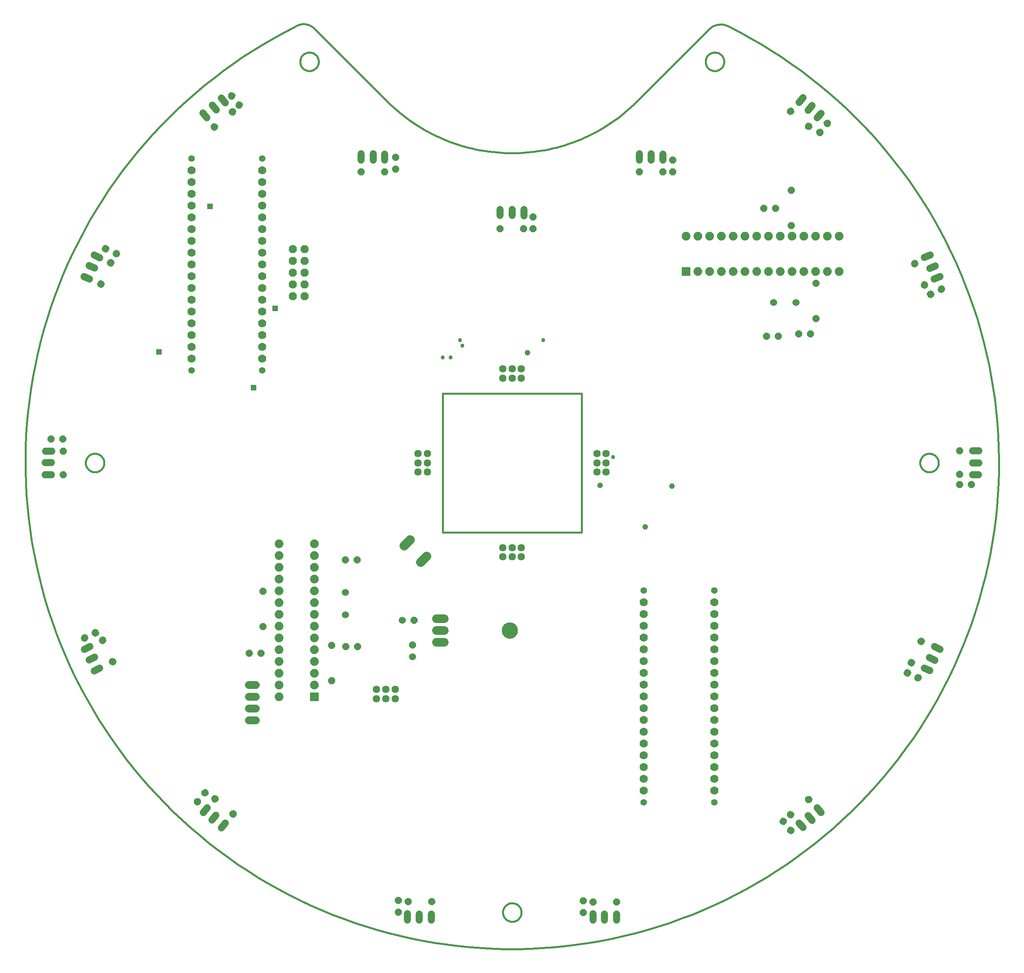
<source format=gts>
G75*
%MOIN*%
%OFA0B0*%
%FSLAX24Y24*%
%IPPOS*%
%LPD*%
%AMOC8*
5,1,8,0,0,1.08239X$1,22.5*
%
%ADD10C,0.0160*%
%ADD11C,0.0600*%
%ADD12R,0.0740X0.0740*%
%ADD13C,0.0740*%
%ADD14OC8,0.0600*%
%ADD15C,0.0740*%
%ADD16C,0.0000*%
%ADD17C,0.1380*%
%ADD18C,0.0120*%
%ADD19C,0.0600*%
%ADD20C,0.0634*%
%ADD21C,0.0785*%
%ADD22C,0.0680*%
%ADD23C,0.0700*%
%ADD24C,0.0552*%
%ADD25OC8,0.0680*%
%ADD26R,0.0476X0.0476*%
%ADD27C,0.0476*%
%ADD28C,0.0340*%
D10*
X037702Y037702D02*
X049513Y037702D01*
X049513Y049513D01*
X037702Y049513D01*
X037702Y037702D01*
X025103Y080615D02*
X024205Y080152D01*
X023318Y079667D01*
X022443Y079160D01*
X021581Y078632D01*
X020733Y078083D01*
X019898Y077513D01*
X019077Y076923D01*
X018271Y076314D01*
X017480Y075684D01*
X016704Y075036D01*
X015945Y074369D01*
X015202Y073683D01*
X014476Y072980D01*
X013768Y072259D01*
X013077Y071521D01*
X012405Y070766D01*
X011751Y069995D01*
X011116Y069208D01*
X010501Y068406D01*
X009906Y067589D01*
X009331Y066758D01*
X008776Y065913D01*
X008242Y065055D01*
X007729Y064184D01*
X007238Y063301D01*
X006768Y062406D01*
X006321Y061499D01*
X005895Y060582D01*
X005493Y059655D01*
X005113Y058719D01*
X004756Y057773D01*
X004422Y056819D01*
X004112Y055857D01*
X003825Y054888D01*
X003562Y053912D01*
X003323Y052929D01*
X003108Y051942D01*
X002918Y050949D01*
X002751Y049952D01*
X002609Y048951D01*
X002492Y047947D01*
X002399Y046941D01*
X002331Y045932D01*
X002288Y044922D01*
X002269Y043912D01*
X002275Y042901D01*
X002305Y041891D01*
X002361Y040881D01*
X002441Y039874D01*
X002545Y038868D01*
X002675Y037866D01*
X002828Y036867D01*
X003006Y035872D01*
X003208Y034881D01*
X003435Y033896D01*
X003685Y032917D01*
X003960Y031944D01*
X004258Y030978D01*
X004579Y030020D01*
X004924Y029070D01*
X005292Y028129D01*
X005683Y027196D01*
X006097Y026274D01*
X006533Y025362D01*
X006991Y024461D01*
X007471Y023572D01*
X007973Y022694D01*
X008496Y021829D01*
X009040Y020977D01*
X009604Y020139D01*
X010189Y019315D01*
X010794Y018505D01*
X011419Y017710D01*
X012063Y016931D01*
X012725Y016168D01*
X013406Y015421D01*
X014106Y014691D01*
X014822Y013978D01*
X015556Y013283D01*
X016307Y012606D01*
X017074Y011948D01*
X017857Y011309D01*
X018656Y010689D01*
X019469Y010089D01*
X020297Y009509D01*
X021139Y008949D01*
X021994Y008410D01*
X022862Y007892D01*
X023742Y007396D01*
X024634Y006921D01*
X025538Y006468D01*
X026453Y006037D01*
X027377Y005629D01*
X028312Y005244D01*
X029255Y004881D01*
X030207Y004542D01*
X031168Y004226D01*
X032135Y003934D01*
X033110Y003665D01*
X034090Y003420D01*
X035077Y003200D01*
X036068Y003003D01*
X037064Y002831D01*
X038064Y002683D01*
X039067Y002560D01*
X040073Y002461D01*
X041082Y002387D01*
X042091Y002338D01*
X043102Y002313D01*
X044112Y002313D01*
X045123Y002338D01*
X046132Y002387D01*
X047141Y002461D01*
X048147Y002560D01*
X049150Y002683D01*
X050150Y002831D01*
X051146Y003003D01*
X052137Y003200D01*
X053124Y003420D01*
X054104Y003665D01*
X055079Y003934D01*
X056046Y004226D01*
X057007Y004542D01*
X057959Y004881D01*
X058902Y005244D01*
X059837Y005629D01*
X060761Y006037D01*
X061676Y006468D01*
X062580Y006921D01*
X063472Y007396D01*
X064352Y007892D01*
X065220Y008410D01*
X066075Y008949D01*
X066917Y009509D01*
X067745Y010089D01*
X068558Y010689D01*
X069357Y011309D01*
X070140Y011948D01*
X070907Y012606D01*
X071658Y013283D01*
X072392Y013978D01*
X073108Y014691D01*
X073808Y015421D01*
X074489Y016168D01*
X075151Y016931D01*
X075795Y017710D01*
X076420Y018505D01*
X077025Y019315D01*
X077610Y020139D01*
X078174Y020977D01*
X078718Y021829D01*
X079241Y022694D01*
X079743Y023572D01*
X080223Y024461D01*
X080681Y025362D01*
X081117Y026274D01*
X081531Y027196D01*
X081922Y028129D01*
X082290Y029070D01*
X082635Y030020D01*
X082956Y030978D01*
X083254Y031944D01*
X083529Y032917D01*
X083779Y033896D01*
X084006Y034881D01*
X084208Y035872D01*
X084386Y036867D01*
X084539Y037866D01*
X084669Y038868D01*
X084773Y039874D01*
X084853Y040881D01*
X084909Y041891D01*
X084939Y042901D01*
X084945Y043912D01*
X084926Y044922D01*
X084883Y045932D01*
X084815Y046941D01*
X084722Y047947D01*
X084605Y048951D01*
X084463Y049952D01*
X084296Y050949D01*
X084106Y051942D01*
X083891Y052929D01*
X083652Y053912D01*
X083389Y054888D01*
X083102Y055857D01*
X082792Y056819D01*
X082458Y057773D01*
X082101Y058719D01*
X081721Y059655D01*
X081319Y060582D01*
X080893Y061499D01*
X080446Y062406D01*
X079976Y063301D01*
X079485Y064184D01*
X078972Y065055D01*
X078438Y065913D01*
X077883Y066758D01*
X077308Y067589D01*
X076713Y068406D01*
X076098Y069208D01*
X075463Y069995D01*
X074809Y070766D01*
X074137Y071521D01*
X073446Y072259D01*
X072738Y072980D01*
X072012Y073683D01*
X071269Y074369D01*
X070510Y075036D01*
X069734Y075684D01*
X068943Y076314D01*
X068137Y076923D01*
X067316Y077513D01*
X066481Y078083D01*
X065633Y078632D01*
X064771Y079160D01*
X063896Y079667D01*
X063009Y080152D01*
X062111Y080615D01*
X062049Y080655D01*
X061986Y080692D01*
X061921Y080725D01*
X061855Y080754D01*
X061786Y080780D01*
X061717Y080803D01*
X061646Y080822D01*
X061575Y080837D01*
X061503Y080848D01*
X061430Y080855D01*
X061357Y080859D01*
X061284Y080858D01*
X061212Y080854D01*
X061139Y080846D01*
X061067Y080834D01*
X060996Y080819D01*
X060925Y080799D01*
X060856Y080776D01*
X060788Y080750D01*
X060722Y080719D01*
X060657Y080686D01*
X060594Y080649D01*
X060533Y080608D01*
X060475Y080565D01*
X060419Y080518D01*
X054225Y074328D01*
X060037Y077694D02*
X060039Y077750D01*
X060045Y077805D01*
X060055Y077859D01*
X060068Y077913D01*
X060086Y077966D01*
X060107Y078017D01*
X060131Y078067D01*
X060159Y078115D01*
X060191Y078161D01*
X060225Y078205D01*
X060263Y078246D01*
X060303Y078284D01*
X060346Y078319D01*
X060391Y078351D01*
X060439Y078380D01*
X060488Y078406D01*
X060539Y078428D01*
X060591Y078446D01*
X060645Y078460D01*
X060700Y078471D01*
X060755Y078478D01*
X060810Y078481D01*
X060866Y078480D01*
X060921Y078475D01*
X060976Y078466D01*
X061030Y078454D01*
X061083Y078437D01*
X061135Y078417D01*
X061185Y078393D01*
X061233Y078366D01*
X061280Y078336D01*
X061324Y078302D01*
X061366Y078265D01*
X061404Y078225D01*
X061441Y078183D01*
X061474Y078138D01*
X061503Y078092D01*
X061530Y078043D01*
X061552Y077992D01*
X061572Y077940D01*
X061587Y077886D01*
X061599Y077832D01*
X061607Y077777D01*
X061611Y077722D01*
X061611Y077666D01*
X061607Y077611D01*
X061599Y077556D01*
X061587Y077502D01*
X061572Y077448D01*
X061552Y077396D01*
X061530Y077345D01*
X061503Y077296D01*
X061474Y077250D01*
X061441Y077205D01*
X061404Y077163D01*
X061366Y077123D01*
X061324Y077086D01*
X061280Y077052D01*
X061233Y077022D01*
X061185Y076995D01*
X061135Y076971D01*
X061083Y076951D01*
X061030Y076934D01*
X060976Y076922D01*
X060921Y076913D01*
X060866Y076908D01*
X060810Y076907D01*
X060755Y076910D01*
X060700Y076917D01*
X060645Y076928D01*
X060591Y076942D01*
X060539Y076960D01*
X060488Y076982D01*
X060439Y077008D01*
X060391Y077037D01*
X060346Y077069D01*
X060303Y077104D01*
X060263Y077142D01*
X060225Y077183D01*
X060191Y077227D01*
X060159Y077273D01*
X060131Y077321D01*
X060107Y077371D01*
X060086Y077422D01*
X060068Y077475D01*
X060055Y077529D01*
X060045Y077583D01*
X060039Y077638D01*
X060037Y077694D01*
X054225Y074328D02*
X053965Y074075D01*
X053700Y073827D01*
X053428Y073587D01*
X053151Y073353D01*
X052868Y073126D01*
X052579Y072905D01*
X052286Y072692D01*
X051987Y072486D01*
X051684Y072287D01*
X051375Y072096D01*
X051063Y071912D01*
X050745Y071735D01*
X050424Y071567D01*
X050099Y071406D01*
X049770Y071253D01*
X049437Y071108D01*
X049101Y070971D01*
X048762Y070842D01*
X048419Y070722D01*
X048074Y070610D01*
X047727Y070506D01*
X047376Y070411D01*
X047024Y070324D01*
X046670Y070246D01*
X046314Y070176D01*
X045956Y070115D01*
X045597Y070062D01*
X045237Y070019D01*
X044876Y069984D01*
X044514Y069957D01*
X044151Y069940D01*
X043788Y069931D01*
X043426Y069931D01*
X043063Y069940D01*
X042700Y069957D01*
X042338Y069984D01*
X041977Y070019D01*
X041617Y070062D01*
X041258Y070115D01*
X040900Y070176D01*
X040544Y070246D01*
X040190Y070324D01*
X039838Y070411D01*
X039487Y070506D01*
X039140Y070610D01*
X038795Y070722D01*
X038452Y070842D01*
X038113Y070971D01*
X037777Y071108D01*
X037444Y071253D01*
X037115Y071406D01*
X036790Y071567D01*
X036469Y071735D01*
X036151Y071912D01*
X035839Y072096D01*
X035530Y072287D01*
X035227Y072486D01*
X034928Y072692D01*
X034635Y072905D01*
X034346Y073126D01*
X034063Y073353D01*
X033786Y073587D01*
X033514Y073827D01*
X033249Y074075D01*
X032989Y074328D01*
X026836Y080476D01*
X026787Y080527D01*
X026736Y080576D01*
X026681Y080621D01*
X026624Y080663D01*
X026565Y080702D01*
X026504Y080738D01*
X026440Y080770D01*
X026376Y080799D01*
X026309Y080824D01*
X026241Y080845D01*
X026173Y080862D01*
X026103Y080876D01*
X026033Y080886D01*
X025962Y080891D01*
X025891Y080893D01*
X025820Y080891D01*
X025750Y080885D01*
X025679Y080874D01*
X025610Y080860D01*
X025541Y080842D01*
X025474Y080821D01*
X025408Y080795D01*
X025343Y080766D01*
X025280Y080733D01*
X025219Y080697D01*
X025160Y080658D01*
X025103Y080615D01*
X025604Y077694D02*
X025606Y077750D01*
X025612Y077805D01*
X025622Y077859D01*
X025635Y077913D01*
X025653Y077966D01*
X025674Y078017D01*
X025698Y078067D01*
X025726Y078115D01*
X025758Y078161D01*
X025792Y078205D01*
X025830Y078246D01*
X025870Y078284D01*
X025913Y078319D01*
X025958Y078351D01*
X026006Y078380D01*
X026055Y078406D01*
X026106Y078428D01*
X026158Y078446D01*
X026212Y078460D01*
X026267Y078471D01*
X026322Y078478D01*
X026377Y078481D01*
X026433Y078480D01*
X026488Y078475D01*
X026543Y078466D01*
X026597Y078454D01*
X026650Y078437D01*
X026702Y078417D01*
X026752Y078393D01*
X026800Y078366D01*
X026847Y078336D01*
X026891Y078302D01*
X026933Y078265D01*
X026971Y078225D01*
X027008Y078183D01*
X027041Y078138D01*
X027070Y078092D01*
X027097Y078043D01*
X027119Y077992D01*
X027139Y077940D01*
X027154Y077886D01*
X027166Y077832D01*
X027174Y077777D01*
X027178Y077722D01*
X027178Y077666D01*
X027174Y077611D01*
X027166Y077556D01*
X027154Y077502D01*
X027139Y077448D01*
X027119Y077396D01*
X027097Y077345D01*
X027070Y077296D01*
X027041Y077250D01*
X027008Y077205D01*
X026971Y077163D01*
X026933Y077123D01*
X026891Y077086D01*
X026847Y077052D01*
X026800Y077022D01*
X026752Y076995D01*
X026702Y076971D01*
X026650Y076951D01*
X026597Y076934D01*
X026543Y076922D01*
X026488Y076913D01*
X026433Y076908D01*
X026377Y076907D01*
X026322Y076910D01*
X026267Y076917D01*
X026212Y076928D01*
X026158Y076942D01*
X026106Y076960D01*
X026055Y076982D01*
X026006Y077008D01*
X025958Y077037D01*
X025913Y077069D01*
X025870Y077104D01*
X025830Y077142D01*
X025792Y077183D01*
X025758Y077227D01*
X025726Y077273D01*
X025698Y077321D01*
X025674Y077371D01*
X025653Y077422D01*
X025635Y077475D01*
X025622Y077529D01*
X025612Y077583D01*
X025606Y077638D01*
X025604Y077694D01*
X007387Y043607D02*
X007389Y043663D01*
X007395Y043718D01*
X007405Y043772D01*
X007418Y043826D01*
X007436Y043879D01*
X007457Y043930D01*
X007481Y043980D01*
X007509Y044028D01*
X007541Y044074D01*
X007575Y044118D01*
X007613Y044159D01*
X007653Y044197D01*
X007696Y044232D01*
X007741Y044264D01*
X007789Y044293D01*
X007838Y044319D01*
X007889Y044341D01*
X007941Y044359D01*
X007995Y044373D01*
X008050Y044384D01*
X008105Y044391D01*
X008160Y044394D01*
X008216Y044393D01*
X008271Y044388D01*
X008326Y044379D01*
X008380Y044367D01*
X008433Y044350D01*
X008485Y044330D01*
X008535Y044306D01*
X008583Y044279D01*
X008630Y044249D01*
X008674Y044215D01*
X008716Y044178D01*
X008754Y044138D01*
X008791Y044096D01*
X008824Y044051D01*
X008853Y044005D01*
X008880Y043956D01*
X008902Y043905D01*
X008922Y043853D01*
X008937Y043799D01*
X008949Y043745D01*
X008957Y043690D01*
X008961Y043635D01*
X008961Y043579D01*
X008957Y043524D01*
X008949Y043469D01*
X008937Y043415D01*
X008922Y043361D01*
X008902Y043309D01*
X008880Y043258D01*
X008853Y043209D01*
X008824Y043163D01*
X008791Y043118D01*
X008754Y043076D01*
X008716Y043036D01*
X008674Y042999D01*
X008630Y042965D01*
X008583Y042935D01*
X008535Y042908D01*
X008485Y042884D01*
X008433Y042864D01*
X008380Y042847D01*
X008326Y042835D01*
X008271Y042826D01*
X008216Y042821D01*
X008160Y042820D01*
X008105Y042823D01*
X008050Y042830D01*
X007995Y042841D01*
X007941Y042855D01*
X007889Y042873D01*
X007838Y042895D01*
X007789Y042921D01*
X007741Y042950D01*
X007696Y042982D01*
X007653Y043017D01*
X007613Y043055D01*
X007575Y043096D01*
X007541Y043140D01*
X007509Y043186D01*
X007481Y043234D01*
X007457Y043284D01*
X007436Y043335D01*
X007418Y043388D01*
X007405Y043442D01*
X007395Y043496D01*
X007389Y043551D01*
X007387Y043607D01*
X042820Y005418D02*
X042822Y005474D01*
X042828Y005529D01*
X042838Y005583D01*
X042851Y005637D01*
X042869Y005690D01*
X042890Y005741D01*
X042914Y005791D01*
X042942Y005839D01*
X042974Y005885D01*
X043008Y005929D01*
X043046Y005970D01*
X043086Y006008D01*
X043129Y006043D01*
X043174Y006075D01*
X043222Y006104D01*
X043271Y006130D01*
X043322Y006152D01*
X043374Y006170D01*
X043428Y006184D01*
X043483Y006195D01*
X043538Y006202D01*
X043593Y006205D01*
X043649Y006204D01*
X043704Y006199D01*
X043759Y006190D01*
X043813Y006178D01*
X043866Y006161D01*
X043918Y006141D01*
X043968Y006117D01*
X044016Y006090D01*
X044063Y006060D01*
X044107Y006026D01*
X044149Y005989D01*
X044187Y005949D01*
X044224Y005907D01*
X044257Y005862D01*
X044286Y005816D01*
X044313Y005767D01*
X044335Y005716D01*
X044355Y005664D01*
X044370Y005610D01*
X044382Y005556D01*
X044390Y005501D01*
X044394Y005446D01*
X044394Y005390D01*
X044390Y005335D01*
X044382Y005280D01*
X044370Y005226D01*
X044355Y005172D01*
X044335Y005120D01*
X044313Y005069D01*
X044286Y005020D01*
X044257Y004974D01*
X044224Y004929D01*
X044187Y004887D01*
X044149Y004847D01*
X044107Y004810D01*
X044063Y004776D01*
X044016Y004746D01*
X043968Y004719D01*
X043918Y004695D01*
X043866Y004675D01*
X043813Y004658D01*
X043759Y004646D01*
X043704Y004637D01*
X043649Y004632D01*
X043593Y004631D01*
X043538Y004634D01*
X043483Y004641D01*
X043428Y004652D01*
X043374Y004666D01*
X043322Y004684D01*
X043271Y004706D01*
X043222Y004732D01*
X043174Y004761D01*
X043129Y004793D01*
X043086Y004828D01*
X043046Y004866D01*
X043008Y004907D01*
X042974Y004951D01*
X042942Y004997D01*
X042914Y005045D01*
X042890Y005095D01*
X042869Y005146D01*
X042851Y005199D01*
X042838Y005253D01*
X042828Y005307D01*
X042822Y005362D01*
X042820Y005418D01*
X078253Y043607D02*
X078255Y043663D01*
X078261Y043718D01*
X078271Y043772D01*
X078284Y043826D01*
X078302Y043879D01*
X078323Y043930D01*
X078347Y043980D01*
X078375Y044028D01*
X078407Y044074D01*
X078441Y044118D01*
X078479Y044159D01*
X078519Y044197D01*
X078562Y044232D01*
X078607Y044264D01*
X078655Y044293D01*
X078704Y044319D01*
X078755Y044341D01*
X078807Y044359D01*
X078861Y044373D01*
X078916Y044384D01*
X078971Y044391D01*
X079026Y044394D01*
X079082Y044393D01*
X079137Y044388D01*
X079192Y044379D01*
X079246Y044367D01*
X079299Y044350D01*
X079351Y044330D01*
X079401Y044306D01*
X079449Y044279D01*
X079496Y044249D01*
X079540Y044215D01*
X079582Y044178D01*
X079620Y044138D01*
X079657Y044096D01*
X079690Y044051D01*
X079719Y044005D01*
X079746Y043956D01*
X079768Y043905D01*
X079788Y043853D01*
X079803Y043799D01*
X079815Y043745D01*
X079823Y043690D01*
X079827Y043635D01*
X079827Y043579D01*
X079823Y043524D01*
X079815Y043469D01*
X079803Y043415D01*
X079788Y043361D01*
X079768Y043309D01*
X079746Y043258D01*
X079719Y043209D01*
X079690Y043163D01*
X079657Y043118D01*
X079620Y043076D01*
X079582Y043036D01*
X079540Y042999D01*
X079496Y042965D01*
X079449Y042935D01*
X079401Y042908D01*
X079351Y042884D01*
X079299Y042864D01*
X079246Y042847D01*
X079192Y042835D01*
X079137Y042826D01*
X079082Y042821D01*
X079026Y042820D01*
X078971Y042823D01*
X078916Y042830D01*
X078861Y042841D01*
X078807Y042855D01*
X078755Y042873D01*
X078704Y042895D01*
X078655Y042921D01*
X078607Y042950D01*
X078562Y042982D01*
X078519Y043017D01*
X078479Y043055D01*
X078441Y043096D01*
X078407Y043140D01*
X078375Y043186D01*
X078347Y043234D01*
X078323Y043284D01*
X078302Y043335D01*
X078284Y043388D01*
X078271Y043442D01*
X078261Y043496D01*
X078255Y043551D01*
X078253Y043607D01*
D11*
X067711Y057243D03*
X065811Y057243D03*
X034271Y030225D03*
X035162Y027123D03*
X029451Y030702D03*
X029451Y032602D03*
D12*
X026812Y023738D03*
X058374Y059880D03*
D13*
X059374Y059880D03*
X060374Y059880D03*
X061374Y059880D03*
X062374Y059880D03*
X063374Y059880D03*
X064374Y059880D03*
X065374Y059880D03*
X066374Y059880D03*
X067374Y059880D03*
X068374Y059880D03*
X069374Y059880D03*
X070374Y059880D03*
X071374Y059880D03*
X071374Y062880D03*
X070374Y062880D03*
X069374Y062880D03*
X068374Y062880D03*
X067374Y062880D03*
X066374Y062880D03*
X065374Y062880D03*
X064374Y062880D03*
X063374Y062880D03*
X062374Y062880D03*
X061374Y062880D03*
X060374Y062880D03*
X059374Y062880D03*
X058374Y062880D03*
X026812Y036738D03*
X026812Y035738D03*
X026812Y034738D03*
X026812Y033738D03*
X026812Y032738D03*
X026812Y031738D03*
X026812Y030738D03*
X026812Y029738D03*
X026812Y028738D03*
X026812Y027738D03*
X026812Y026738D03*
X026812Y025738D03*
X026812Y024738D03*
X023812Y024738D03*
X023812Y023738D03*
X023812Y025738D03*
X023812Y026738D03*
X023812Y027738D03*
X023812Y028738D03*
X023812Y029738D03*
X023812Y030738D03*
X023812Y031738D03*
X023812Y032738D03*
X023812Y033738D03*
X023812Y034738D03*
X023812Y035738D03*
X023812Y036738D03*
D14*
X022461Y032711D03*
X022461Y029711D03*
X022301Y027425D03*
X021301Y027425D03*
X028268Y028110D03*
X029485Y028013D03*
X030485Y028013D03*
X028268Y025110D03*
X035162Y028123D03*
X035271Y030225D03*
X030461Y035367D03*
X029461Y035367D03*
X005487Y042589D03*
X005487Y044589D03*
X005450Y045633D03*
X004450Y045633D03*
X030801Y068332D03*
X032801Y068332D03*
X033713Y068558D03*
X033713Y069558D03*
X042583Y063494D03*
X044583Y063494D03*
X045394Y063498D03*
X045394Y064498D03*
X054419Y068318D03*
X056419Y068318D03*
X057251Y068338D03*
X057251Y069338D03*
X064971Y065220D03*
X065971Y065220D03*
X067334Y063764D03*
X067334Y066764D03*
X069431Y058857D03*
X069431Y055857D03*
X068955Y054553D03*
X067955Y054553D03*
X066215Y054348D03*
X065215Y054348D03*
X081622Y044623D03*
X081622Y042623D03*
X081621Y041760D03*
X082621Y041760D03*
X052501Y006286D03*
X050501Y006286D03*
X049666Y006401D03*
X049666Y005401D03*
X036782Y006346D03*
X034782Y006346D03*
X033943Y006446D03*
X033943Y005446D03*
D15*
X037183Y028351D02*
X037843Y028351D01*
X037843Y029351D02*
X037183Y029351D01*
X037183Y030351D02*
X037843Y030351D01*
D16*
X042763Y029351D02*
X042765Y029401D01*
X042771Y029451D01*
X042781Y029501D01*
X042794Y029549D01*
X042811Y029597D01*
X042832Y029643D01*
X042856Y029687D01*
X042884Y029729D01*
X042915Y029769D01*
X042949Y029806D01*
X042986Y029841D01*
X043025Y029872D01*
X043066Y029901D01*
X043110Y029926D01*
X043156Y029948D01*
X043203Y029966D01*
X043251Y029980D01*
X043300Y029991D01*
X043350Y029998D01*
X043400Y030001D01*
X043451Y030000D01*
X043501Y029995D01*
X043551Y029986D01*
X043599Y029974D01*
X043647Y029957D01*
X043693Y029937D01*
X043738Y029914D01*
X043781Y029887D01*
X043821Y029857D01*
X043859Y029824D01*
X043894Y029788D01*
X043927Y029749D01*
X043956Y029708D01*
X043982Y029665D01*
X044005Y029620D01*
X044024Y029573D01*
X044039Y029525D01*
X044051Y029476D01*
X044059Y029426D01*
X044063Y029376D01*
X044063Y029326D01*
X044059Y029276D01*
X044051Y029226D01*
X044039Y029177D01*
X044024Y029129D01*
X044005Y029082D01*
X043982Y029037D01*
X043956Y028994D01*
X043927Y028953D01*
X043894Y028914D01*
X043859Y028878D01*
X043821Y028845D01*
X043781Y028815D01*
X043738Y028788D01*
X043693Y028765D01*
X043647Y028745D01*
X043599Y028728D01*
X043551Y028716D01*
X043501Y028707D01*
X043451Y028702D01*
X043400Y028701D01*
X043350Y028704D01*
X043300Y028711D01*
X043251Y028722D01*
X043203Y028736D01*
X043156Y028754D01*
X043110Y028776D01*
X043066Y028801D01*
X043025Y028830D01*
X042986Y028861D01*
X042949Y028896D01*
X042915Y028933D01*
X042884Y028973D01*
X042856Y029015D01*
X042832Y029059D01*
X042811Y029105D01*
X042794Y029153D01*
X042781Y029201D01*
X042771Y029251D01*
X042765Y029301D01*
X042763Y029351D01*
X054554Y032769D02*
X054556Y032799D01*
X054562Y032829D01*
X054571Y032858D01*
X054584Y032885D01*
X054601Y032910D01*
X054620Y032933D01*
X054643Y032954D01*
X054668Y032971D01*
X054694Y032985D01*
X054723Y032995D01*
X054752Y033002D01*
X054782Y033005D01*
X054813Y033004D01*
X054843Y032999D01*
X054872Y032990D01*
X054899Y032978D01*
X054925Y032963D01*
X054949Y032944D01*
X054970Y032922D01*
X054988Y032898D01*
X055003Y032871D01*
X055014Y032843D01*
X055022Y032814D01*
X055026Y032784D01*
X055026Y032754D01*
X055022Y032724D01*
X055014Y032695D01*
X055003Y032667D01*
X054988Y032640D01*
X054970Y032616D01*
X054949Y032594D01*
X054925Y032575D01*
X054899Y032560D01*
X054872Y032548D01*
X054843Y032539D01*
X054813Y032534D01*
X054782Y032533D01*
X054752Y032536D01*
X054723Y032543D01*
X054694Y032553D01*
X054668Y032567D01*
X054643Y032584D01*
X054620Y032605D01*
X054601Y032628D01*
X054584Y032653D01*
X054571Y032680D01*
X054562Y032709D01*
X054556Y032739D01*
X054554Y032769D01*
X060554Y032769D02*
X060556Y032799D01*
X060562Y032829D01*
X060571Y032858D01*
X060584Y032885D01*
X060601Y032910D01*
X060620Y032933D01*
X060643Y032954D01*
X060668Y032971D01*
X060694Y032985D01*
X060723Y032995D01*
X060752Y033002D01*
X060782Y033005D01*
X060813Y033004D01*
X060843Y032999D01*
X060872Y032990D01*
X060899Y032978D01*
X060925Y032963D01*
X060949Y032944D01*
X060970Y032922D01*
X060988Y032898D01*
X061003Y032871D01*
X061014Y032843D01*
X061022Y032814D01*
X061026Y032784D01*
X061026Y032754D01*
X061022Y032724D01*
X061014Y032695D01*
X061003Y032667D01*
X060988Y032640D01*
X060970Y032616D01*
X060949Y032594D01*
X060925Y032575D01*
X060899Y032560D01*
X060872Y032548D01*
X060843Y032539D01*
X060813Y032534D01*
X060782Y032533D01*
X060752Y032536D01*
X060723Y032543D01*
X060694Y032553D01*
X060668Y032567D01*
X060643Y032584D01*
X060620Y032605D01*
X060601Y032628D01*
X060584Y032653D01*
X060571Y032680D01*
X060562Y032709D01*
X060556Y032739D01*
X060554Y032769D01*
X060554Y014769D02*
X060556Y014799D01*
X060562Y014829D01*
X060571Y014858D01*
X060584Y014885D01*
X060601Y014910D01*
X060620Y014933D01*
X060643Y014954D01*
X060668Y014971D01*
X060694Y014985D01*
X060723Y014995D01*
X060752Y015002D01*
X060782Y015005D01*
X060813Y015004D01*
X060843Y014999D01*
X060872Y014990D01*
X060899Y014978D01*
X060925Y014963D01*
X060949Y014944D01*
X060970Y014922D01*
X060988Y014898D01*
X061003Y014871D01*
X061014Y014843D01*
X061022Y014814D01*
X061026Y014784D01*
X061026Y014754D01*
X061022Y014724D01*
X061014Y014695D01*
X061003Y014667D01*
X060988Y014640D01*
X060970Y014616D01*
X060949Y014594D01*
X060925Y014575D01*
X060899Y014560D01*
X060872Y014548D01*
X060843Y014539D01*
X060813Y014534D01*
X060782Y014533D01*
X060752Y014536D01*
X060723Y014543D01*
X060694Y014553D01*
X060668Y014567D01*
X060643Y014584D01*
X060620Y014605D01*
X060601Y014628D01*
X060584Y014653D01*
X060571Y014680D01*
X060562Y014709D01*
X060556Y014739D01*
X060554Y014769D01*
X054554Y014769D02*
X054556Y014799D01*
X054562Y014829D01*
X054571Y014858D01*
X054584Y014885D01*
X054601Y014910D01*
X054620Y014933D01*
X054643Y014954D01*
X054668Y014971D01*
X054694Y014985D01*
X054723Y014995D01*
X054752Y015002D01*
X054782Y015005D01*
X054813Y015004D01*
X054843Y014999D01*
X054872Y014990D01*
X054899Y014978D01*
X054925Y014963D01*
X054949Y014944D01*
X054970Y014922D01*
X054988Y014898D01*
X055003Y014871D01*
X055014Y014843D01*
X055022Y014814D01*
X055026Y014784D01*
X055026Y014754D01*
X055022Y014724D01*
X055014Y014695D01*
X055003Y014667D01*
X054988Y014640D01*
X054970Y014616D01*
X054949Y014594D01*
X054925Y014575D01*
X054899Y014560D01*
X054872Y014548D01*
X054843Y014539D01*
X054813Y014534D01*
X054782Y014533D01*
X054752Y014536D01*
X054723Y014543D01*
X054694Y014553D01*
X054668Y014567D01*
X054643Y014584D01*
X054620Y014605D01*
X054601Y014628D01*
X054584Y014653D01*
X054571Y014680D01*
X054562Y014709D01*
X054556Y014739D01*
X054554Y014769D01*
X022140Y051465D02*
X022142Y051495D01*
X022148Y051525D01*
X022157Y051554D01*
X022170Y051581D01*
X022187Y051606D01*
X022206Y051629D01*
X022229Y051650D01*
X022254Y051667D01*
X022280Y051681D01*
X022309Y051691D01*
X022338Y051698D01*
X022368Y051701D01*
X022399Y051700D01*
X022429Y051695D01*
X022458Y051686D01*
X022485Y051674D01*
X022511Y051659D01*
X022535Y051640D01*
X022556Y051618D01*
X022574Y051594D01*
X022589Y051567D01*
X022600Y051539D01*
X022608Y051510D01*
X022612Y051480D01*
X022612Y051450D01*
X022608Y051420D01*
X022600Y051391D01*
X022589Y051363D01*
X022574Y051336D01*
X022556Y051312D01*
X022535Y051290D01*
X022511Y051271D01*
X022485Y051256D01*
X022458Y051244D01*
X022429Y051235D01*
X022399Y051230D01*
X022368Y051229D01*
X022338Y051232D01*
X022309Y051239D01*
X022280Y051249D01*
X022254Y051263D01*
X022229Y051280D01*
X022206Y051301D01*
X022187Y051324D01*
X022170Y051349D01*
X022157Y051376D01*
X022148Y051405D01*
X022142Y051435D01*
X022140Y051465D01*
X016140Y051465D02*
X016142Y051495D01*
X016148Y051525D01*
X016157Y051554D01*
X016170Y051581D01*
X016187Y051606D01*
X016206Y051629D01*
X016229Y051650D01*
X016254Y051667D01*
X016280Y051681D01*
X016309Y051691D01*
X016338Y051698D01*
X016368Y051701D01*
X016399Y051700D01*
X016429Y051695D01*
X016458Y051686D01*
X016485Y051674D01*
X016511Y051659D01*
X016535Y051640D01*
X016556Y051618D01*
X016574Y051594D01*
X016589Y051567D01*
X016600Y051539D01*
X016608Y051510D01*
X016612Y051480D01*
X016612Y051450D01*
X016608Y051420D01*
X016600Y051391D01*
X016589Y051363D01*
X016574Y051336D01*
X016556Y051312D01*
X016535Y051290D01*
X016511Y051271D01*
X016485Y051256D01*
X016458Y051244D01*
X016429Y051235D01*
X016399Y051230D01*
X016368Y051229D01*
X016338Y051232D01*
X016309Y051239D01*
X016280Y051249D01*
X016254Y051263D01*
X016229Y051280D01*
X016206Y051301D01*
X016187Y051324D01*
X016170Y051349D01*
X016157Y051376D01*
X016148Y051405D01*
X016142Y051435D01*
X016140Y051465D01*
X016140Y069465D02*
X016142Y069495D01*
X016148Y069525D01*
X016157Y069554D01*
X016170Y069581D01*
X016187Y069606D01*
X016206Y069629D01*
X016229Y069650D01*
X016254Y069667D01*
X016280Y069681D01*
X016309Y069691D01*
X016338Y069698D01*
X016368Y069701D01*
X016399Y069700D01*
X016429Y069695D01*
X016458Y069686D01*
X016485Y069674D01*
X016511Y069659D01*
X016535Y069640D01*
X016556Y069618D01*
X016574Y069594D01*
X016589Y069567D01*
X016600Y069539D01*
X016608Y069510D01*
X016612Y069480D01*
X016612Y069450D01*
X016608Y069420D01*
X016600Y069391D01*
X016589Y069363D01*
X016574Y069336D01*
X016556Y069312D01*
X016535Y069290D01*
X016511Y069271D01*
X016485Y069256D01*
X016458Y069244D01*
X016429Y069235D01*
X016399Y069230D01*
X016368Y069229D01*
X016338Y069232D01*
X016309Y069239D01*
X016280Y069249D01*
X016254Y069263D01*
X016229Y069280D01*
X016206Y069301D01*
X016187Y069324D01*
X016170Y069349D01*
X016157Y069376D01*
X016148Y069405D01*
X016142Y069435D01*
X016140Y069465D01*
X022140Y069465D02*
X022142Y069495D01*
X022148Y069525D01*
X022157Y069554D01*
X022170Y069581D01*
X022187Y069606D01*
X022206Y069629D01*
X022229Y069650D01*
X022254Y069667D01*
X022280Y069681D01*
X022309Y069691D01*
X022338Y069698D01*
X022368Y069701D01*
X022399Y069700D01*
X022429Y069695D01*
X022458Y069686D01*
X022485Y069674D01*
X022511Y069659D01*
X022535Y069640D01*
X022556Y069618D01*
X022574Y069594D01*
X022589Y069567D01*
X022600Y069539D01*
X022608Y069510D01*
X022612Y069480D01*
X022612Y069450D01*
X022608Y069420D01*
X022600Y069391D01*
X022589Y069363D01*
X022574Y069336D01*
X022556Y069312D01*
X022535Y069290D01*
X022511Y069271D01*
X022485Y069256D01*
X022458Y069244D01*
X022429Y069235D01*
X022399Y069230D01*
X022368Y069229D01*
X022338Y069232D01*
X022309Y069239D01*
X022280Y069249D01*
X022254Y069263D01*
X022229Y069280D01*
X022206Y069301D01*
X022187Y069324D01*
X022170Y069349D01*
X022157Y069376D01*
X022148Y069405D01*
X022142Y069435D01*
X022140Y069465D01*
D17*
X043413Y029351D03*
D18*
X019971Y013602D02*
X020031Y013542D01*
X019833Y013525D01*
X019681Y013652D01*
X019664Y013850D01*
X019791Y014002D01*
X019989Y014019D01*
X020141Y013892D01*
X020158Y013694D01*
X020031Y013542D01*
X019986Y013629D01*
X019863Y013618D01*
X019768Y013697D01*
X019757Y013820D01*
X019836Y013915D01*
X019959Y013926D01*
X020054Y013847D01*
X020065Y013724D01*
X019986Y013629D01*
X019941Y013716D01*
X019891Y013711D01*
X019855Y013742D01*
X019850Y013792D01*
X019881Y013828D01*
X019931Y013833D01*
X019967Y013802D01*
X019972Y013752D01*
X019941Y013716D01*
X018439Y014887D02*
X018499Y014827D01*
X018301Y014810D01*
X018149Y014937D01*
X018132Y015135D01*
X018259Y015287D01*
X018457Y015304D01*
X018609Y015177D01*
X018626Y014979D01*
X018499Y014827D01*
X018454Y014914D01*
X018331Y014903D01*
X018236Y014982D01*
X018225Y015105D01*
X018304Y015200D01*
X018427Y015211D01*
X018522Y015132D01*
X018533Y015009D01*
X018454Y014914D01*
X018409Y015001D01*
X018359Y014996D01*
X018323Y015027D01*
X018318Y015077D01*
X018349Y015113D01*
X018399Y015118D01*
X018435Y015087D01*
X018440Y015037D01*
X018409Y015001D01*
X017357Y015522D02*
X017297Y015462D01*
X017280Y015660D01*
X017407Y015812D01*
X017605Y015829D01*
X017757Y015702D01*
X017774Y015504D01*
X017647Y015352D01*
X017449Y015335D01*
X017297Y015462D01*
X017384Y015507D01*
X017373Y015630D01*
X017452Y015725D01*
X017575Y015736D01*
X017670Y015657D01*
X017681Y015534D01*
X017602Y015439D01*
X017479Y015428D01*
X017384Y015507D01*
X017471Y015552D01*
X017466Y015602D01*
X017497Y015638D01*
X017547Y015643D01*
X017583Y015612D01*
X017588Y015562D01*
X017557Y015526D01*
X017507Y015521D01*
X017471Y015552D01*
X016715Y014756D02*
X016655Y014696D01*
X016638Y014894D01*
X016765Y015046D01*
X016963Y015063D01*
X017115Y014936D01*
X017132Y014738D01*
X017005Y014586D01*
X016807Y014569D01*
X016655Y014696D01*
X016742Y014741D01*
X016731Y014864D01*
X016810Y014959D01*
X016933Y014970D01*
X017028Y014891D01*
X017039Y014768D01*
X016960Y014673D01*
X016837Y014662D01*
X016742Y014741D01*
X016829Y014786D01*
X016824Y014836D01*
X016855Y014872D01*
X016905Y014877D01*
X016941Y014846D01*
X016946Y014796D01*
X016915Y014760D01*
X016865Y014755D01*
X016829Y014786D01*
X009727Y026912D02*
X009667Y026972D01*
X009853Y026904D01*
X009937Y026724D01*
X009869Y026538D01*
X009689Y026454D01*
X009503Y026522D01*
X009419Y026702D01*
X009487Y026888D01*
X009667Y026972D01*
X009671Y026875D01*
X009787Y026832D01*
X009840Y026720D01*
X009797Y026604D01*
X009685Y026551D01*
X009569Y026594D01*
X009516Y026706D01*
X009559Y026822D01*
X009671Y026875D01*
X009675Y026777D01*
X009722Y026760D01*
X009742Y026716D01*
X009725Y026669D01*
X009681Y026649D01*
X009634Y026666D01*
X009614Y026710D01*
X009631Y026757D01*
X009675Y026777D01*
X008882Y028725D02*
X008822Y028785D01*
X009008Y028717D01*
X009092Y028537D01*
X009024Y028351D01*
X008844Y028267D01*
X008658Y028335D01*
X008574Y028515D01*
X008642Y028701D01*
X008822Y028785D01*
X008826Y028688D01*
X008942Y028645D01*
X008995Y028533D01*
X008952Y028417D01*
X008840Y028364D01*
X008724Y028407D01*
X008671Y028519D01*
X008714Y028635D01*
X008826Y028688D01*
X008830Y028590D01*
X008877Y028573D01*
X008897Y028529D01*
X008880Y028482D01*
X008836Y028462D01*
X008789Y028479D01*
X008769Y028523D01*
X008786Y028570D01*
X008830Y028590D01*
X008013Y029206D02*
X007953Y029146D01*
X008021Y029332D01*
X008201Y029416D01*
X008387Y029348D01*
X008471Y029168D01*
X008403Y028982D01*
X008223Y028898D01*
X008037Y028966D01*
X007953Y029146D01*
X008050Y029150D01*
X008093Y029266D01*
X008205Y029319D01*
X008321Y029276D01*
X008374Y029164D01*
X008331Y029048D01*
X008219Y028995D01*
X008103Y029038D01*
X008050Y029150D01*
X008148Y029154D01*
X008165Y029201D01*
X008209Y029221D01*
X008256Y029204D01*
X008276Y029160D01*
X008259Y029113D01*
X008215Y029093D01*
X008168Y029110D01*
X008148Y029154D01*
X007106Y028784D02*
X007046Y028724D01*
X007114Y028910D01*
X007294Y028994D01*
X007480Y028926D01*
X007564Y028746D01*
X007496Y028560D01*
X007316Y028476D01*
X007130Y028544D01*
X007046Y028724D01*
X007143Y028728D01*
X007186Y028844D01*
X007298Y028897D01*
X007414Y028854D01*
X007467Y028742D01*
X007424Y028626D01*
X007312Y028573D01*
X007196Y028616D01*
X007143Y028728D01*
X007241Y028732D01*
X007258Y028779D01*
X007302Y028799D01*
X007349Y028782D01*
X007369Y028738D01*
X007352Y028691D01*
X007308Y028671D01*
X007261Y028688D01*
X007241Y028732D01*
X008549Y058678D02*
X008489Y058618D01*
X008421Y058804D01*
X008505Y058984D01*
X008691Y059052D01*
X008871Y058968D01*
X008939Y058782D01*
X008855Y058602D01*
X008669Y058534D01*
X008489Y058618D01*
X008561Y058684D01*
X008518Y058800D01*
X008571Y058912D01*
X008687Y058955D01*
X008799Y058902D01*
X008842Y058786D01*
X008789Y058674D01*
X008673Y058631D01*
X008561Y058684D01*
X008633Y058749D01*
X008616Y058796D01*
X008636Y058840D01*
X008683Y058857D01*
X008727Y058837D01*
X008744Y058790D01*
X008724Y058746D01*
X008677Y058729D01*
X008633Y058749D01*
X009394Y060490D02*
X009334Y060430D01*
X009266Y060616D01*
X009350Y060796D01*
X009536Y060864D01*
X009716Y060780D01*
X009784Y060594D01*
X009700Y060414D01*
X009514Y060346D01*
X009334Y060430D01*
X009406Y060496D01*
X009363Y060612D01*
X009416Y060724D01*
X009532Y060767D01*
X009644Y060714D01*
X009687Y060598D01*
X009634Y060486D01*
X009518Y060443D01*
X009406Y060496D01*
X009478Y060561D01*
X009461Y060608D01*
X009481Y060652D01*
X009528Y060669D01*
X009572Y060649D01*
X009589Y060602D01*
X009569Y060558D01*
X009522Y060541D01*
X009478Y060561D01*
X009880Y061507D02*
X009820Y061567D01*
X010006Y061635D01*
X010186Y061551D01*
X010254Y061365D01*
X010170Y061185D01*
X009984Y061117D01*
X009804Y061201D01*
X009736Y061387D01*
X009820Y061567D01*
X009886Y061495D01*
X010002Y061538D01*
X010114Y061485D01*
X010157Y061369D01*
X010104Y061257D01*
X009988Y061214D01*
X009876Y061267D01*
X009833Y061383D01*
X009886Y061495D01*
X009951Y061423D01*
X009998Y061440D01*
X010042Y061420D01*
X010059Y061373D01*
X010039Y061329D01*
X009992Y061312D01*
X009948Y061332D01*
X009931Y061379D01*
X009951Y061423D01*
X008974Y061929D02*
X008914Y061989D01*
X009100Y062057D01*
X009280Y061973D01*
X009348Y061787D01*
X009264Y061607D01*
X009078Y061539D01*
X008898Y061623D01*
X008830Y061809D01*
X008914Y061989D01*
X008980Y061917D01*
X009096Y061960D01*
X009208Y061907D01*
X009251Y061791D01*
X009198Y061679D01*
X009082Y061636D01*
X008970Y061689D01*
X008927Y061805D01*
X008980Y061917D01*
X009045Y061845D01*
X009092Y061862D01*
X009136Y061842D01*
X009153Y061795D01*
X009133Y061751D01*
X009086Y061734D01*
X009042Y061754D01*
X009025Y061801D01*
X009045Y061845D01*
X018139Y072120D02*
X018079Y072060D01*
X018096Y072258D01*
X018248Y072385D01*
X018446Y072368D01*
X018573Y072216D01*
X018556Y072018D01*
X018404Y071891D01*
X018206Y071908D01*
X018079Y072060D01*
X018172Y072090D01*
X018183Y072213D01*
X018278Y072292D01*
X018401Y072281D01*
X018480Y072186D01*
X018469Y072063D01*
X018374Y071984D01*
X018251Y071995D01*
X018172Y072090D01*
X018265Y072118D01*
X018270Y072168D01*
X018306Y072199D01*
X018356Y072194D01*
X018387Y072158D01*
X018382Y072108D01*
X018346Y072077D01*
X018296Y072082D01*
X018265Y072118D01*
X019671Y073406D02*
X019611Y073346D01*
X019628Y073544D01*
X019780Y073671D01*
X019978Y073654D01*
X020105Y073502D01*
X020088Y073304D01*
X019936Y073177D01*
X019738Y073194D01*
X019611Y073346D01*
X019704Y073376D01*
X019715Y073499D01*
X019810Y073578D01*
X019933Y073567D01*
X020012Y073472D01*
X020001Y073349D01*
X019906Y073270D01*
X019783Y073281D01*
X019704Y073376D01*
X019797Y073404D01*
X019802Y073454D01*
X019838Y073485D01*
X019888Y073480D01*
X019919Y073444D01*
X019914Y073394D01*
X019878Y073363D01*
X019828Y073368D01*
X019797Y073404D01*
X020414Y074196D02*
X020354Y074256D01*
X020552Y074239D01*
X020679Y074087D01*
X020662Y073889D01*
X020510Y073762D01*
X020312Y073779D01*
X020185Y073931D01*
X020202Y074129D01*
X020354Y074256D01*
X020384Y074163D01*
X020507Y074152D01*
X020586Y074057D01*
X020575Y073934D01*
X020480Y073855D01*
X020357Y073866D01*
X020278Y073961D01*
X020289Y074084D01*
X020384Y074163D01*
X020412Y074070D01*
X020462Y074065D01*
X020493Y074029D01*
X020488Y073979D01*
X020452Y073948D01*
X020402Y073953D01*
X020371Y073989D01*
X020376Y074039D01*
X020412Y074070D01*
X019772Y074962D02*
X019712Y075022D01*
X019910Y075005D01*
X020037Y074853D01*
X020020Y074655D01*
X019868Y074528D01*
X019670Y074545D01*
X019543Y074697D01*
X019560Y074895D01*
X019712Y075022D01*
X019742Y074929D01*
X019865Y074918D01*
X019944Y074823D01*
X019933Y074700D01*
X019838Y074621D01*
X019715Y074632D01*
X019636Y074727D01*
X019647Y074850D01*
X019742Y074929D01*
X019770Y074836D01*
X019820Y074831D01*
X019851Y074795D01*
X019846Y074745D01*
X019810Y074714D01*
X019760Y074719D01*
X019729Y074755D01*
X019734Y074805D01*
X019770Y074836D01*
X067200Y073652D02*
X067140Y073712D01*
X067338Y073729D01*
X067490Y073602D01*
X067507Y073404D01*
X067380Y073252D01*
X067182Y073235D01*
X067030Y073362D01*
X067013Y073560D01*
X067140Y073712D01*
X067185Y073625D01*
X067308Y073636D01*
X067403Y073557D01*
X067414Y073434D01*
X067335Y073339D01*
X067212Y073328D01*
X067117Y073407D01*
X067106Y073530D01*
X067185Y073625D01*
X067230Y073538D01*
X067280Y073543D01*
X067316Y073512D01*
X067321Y073462D01*
X067290Y073426D01*
X067240Y073421D01*
X067204Y073452D01*
X067199Y073502D01*
X067230Y073538D01*
X068732Y072366D02*
X068672Y072426D01*
X068870Y072443D01*
X069022Y072316D01*
X069039Y072118D01*
X068912Y071966D01*
X068714Y071949D01*
X068562Y072076D01*
X068545Y072274D01*
X068672Y072426D01*
X068717Y072339D01*
X068840Y072350D01*
X068935Y072271D01*
X068946Y072148D01*
X068867Y072053D01*
X068744Y072042D01*
X068649Y072121D01*
X068638Y072244D01*
X068717Y072339D01*
X068762Y072252D01*
X068812Y072257D01*
X068848Y072226D01*
X068853Y072176D01*
X068822Y072140D01*
X068772Y072135D01*
X068736Y072166D01*
X068731Y072216D01*
X068762Y072252D01*
X069908Y071731D02*
X069968Y071791D01*
X069985Y071593D01*
X069858Y071441D01*
X069660Y071424D01*
X069508Y071551D01*
X069491Y071749D01*
X069618Y071901D01*
X069816Y071918D01*
X069968Y071791D01*
X069881Y071746D01*
X069892Y071623D01*
X069813Y071528D01*
X069690Y071517D01*
X069595Y071596D01*
X069584Y071719D01*
X069663Y071814D01*
X069786Y071825D01*
X069881Y071746D01*
X069794Y071701D01*
X069799Y071651D01*
X069768Y071615D01*
X069718Y071610D01*
X069682Y071641D01*
X069677Y071691D01*
X069708Y071727D01*
X069758Y071732D01*
X069794Y071701D01*
X070551Y072497D02*
X070611Y072557D01*
X070628Y072359D01*
X070501Y072207D01*
X070303Y072190D01*
X070151Y072317D01*
X070134Y072515D01*
X070261Y072667D01*
X070459Y072684D01*
X070611Y072557D01*
X070524Y072512D01*
X070535Y072389D01*
X070456Y072294D01*
X070333Y072283D01*
X070238Y072362D01*
X070227Y072485D01*
X070306Y072580D01*
X070429Y072591D01*
X070524Y072512D01*
X070437Y072467D01*
X070442Y072417D01*
X070411Y072381D01*
X070361Y072376D01*
X070325Y072407D01*
X070320Y072457D01*
X070351Y072493D01*
X070401Y072498D01*
X070437Y072467D01*
X077844Y060734D02*
X077784Y060794D01*
X077970Y060726D01*
X078054Y060546D01*
X077986Y060360D01*
X077806Y060276D01*
X077620Y060344D01*
X077536Y060524D01*
X077604Y060710D01*
X077784Y060794D01*
X077788Y060697D01*
X077904Y060654D01*
X077957Y060542D01*
X077914Y060426D01*
X077802Y060373D01*
X077686Y060416D01*
X077633Y060528D01*
X077676Y060644D01*
X077788Y060697D01*
X077792Y060599D01*
X077839Y060582D01*
X077859Y060538D01*
X077842Y060491D01*
X077798Y060471D01*
X077751Y060488D01*
X077731Y060532D01*
X077748Y060579D01*
X077792Y060599D01*
X078689Y058921D02*
X078629Y058981D01*
X078815Y058913D01*
X078899Y058733D01*
X078831Y058547D01*
X078651Y058463D01*
X078465Y058531D01*
X078381Y058711D01*
X078449Y058897D01*
X078629Y058981D01*
X078633Y058884D01*
X078749Y058841D01*
X078802Y058729D01*
X078759Y058613D01*
X078647Y058560D01*
X078531Y058603D01*
X078478Y058715D01*
X078521Y058831D01*
X078633Y058884D01*
X078637Y058786D01*
X078684Y058769D01*
X078704Y058725D01*
X078687Y058678D01*
X078643Y058658D01*
X078596Y058675D01*
X078576Y058719D01*
X078593Y058766D01*
X078637Y058786D01*
X079356Y057885D02*
X079416Y057945D01*
X079348Y057759D01*
X079168Y057675D01*
X078982Y057743D01*
X078898Y057923D01*
X078966Y058109D01*
X079146Y058193D01*
X079332Y058125D01*
X079416Y057945D01*
X079319Y057941D01*
X079276Y057825D01*
X079164Y057772D01*
X079048Y057815D01*
X078995Y057927D01*
X079038Y058043D01*
X079150Y058096D01*
X079266Y058053D01*
X079319Y057941D01*
X079221Y057937D01*
X079204Y057890D01*
X079160Y057870D01*
X079113Y057887D01*
X079093Y057931D01*
X079110Y057978D01*
X079154Y057998D01*
X079201Y057981D01*
X079221Y057937D01*
X080262Y058308D02*
X080322Y058368D01*
X080254Y058182D01*
X080074Y058098D01*
X079888Y058166D01*
X079804Y058346D01*
X079872Y058532D01*
X080052Y058616D01*
X080238Y058548D01*
X080322Y058368D01*
X080225Y058364D01*
X080182Y058248D01*
X080070Y058195D01*
X079954Y058238D01*
X079901Y058350D01*
X079944Y058466D01*
X080056Y058519D01*
X080172Y058476D01*
X080225Y058364D01*
X080127Y058360D01*
X080110Y058313D01*
X080066Y058293D01*
X080019Y058310D01*
X079999Y058354D01*
X080016Y058401D01*
X080060Y058421D01*
X080107Y058404D01*
X080127Y058360D01*
X078227Y028324D02*
X078167Y028264D01*
X078099Y028450D01*
X078183Y028630D01*
X078369Y028698D01*
X078549Y028614D01*
X078617Y028428D01*
X078533Y028248D01*
X078347Y028180D01*
X078167Y028264D01*
X078239Y028330D01*
X078196Y028446D01*
X078249Y028558D01*
X078365Y028601D01*
X078477Y028548D01*
X078520Y028432D01*
X078467Y028320D01*
X078351Y028277D01*
X078239Y028330D01*
X078311Y028395D01*
X078294Y028442D01*
X078314Y028486D01*
X078361Y028503D01*
X078405Y028483D01*
X078422Y028436D01*
X078402Y028392D01*
X078355Y028375D01*
X078311Y028395D01*
X077382Y026512D02*
X077322Y026452D01*
X077254Y026638D01*
X077338Y026818D01*
X077524Y026886D01*
X077704Y026802D01*
X077772Y026616D01*
X077688Y026436D01*
X077502Y026368D01*
X077322Y026452D01*
X077394Y026518D01*
X077351Y026634D01*
X077404Y026746D01*
X077520Y026789D01*
X077632Y026736D01*
X077675Y026620D01*
X077622Y026508D01*
X077506Y026465D01*
X077394Y026518D01*
X077466Y026583D01*
X077449Y026630D01*
X077469Y026674D01*
X077516Y026691D01*
X077560Y026671D01*
X077577Y026624D01*
X077557Y026580D01*
X077510Y026563D01*
X077466Y026583D01*
X077299Y025632D02*
X077359Y025572D01*
X077173Y025504D01*
X076993Y025588D01*
X076925Y025774D01*
X077009Y025954D01*
X077195Y026022D01*
X077375Y025938D01*
X077443Y025752D01*
X077359Y025572D01*
X077293Y025644D01*
X077177Y025601D01*
X077065Y025654D01*
X077022Y025770D01*
X077075Y025882D01*
X077191Y025925D01*
X077303Y025872D01*
X077346Y025756D01*
X077293Y025644D01*
X077228Y025716D01*
X077181Y025699D01*
X077137Y025719D01*
X077120Y025766D01*
X077140Y025810D01*
X077187Y025827D01*
X077231Y025807D01*
X077248Y025760D01*
X077228Y025716D01*
X078205Y025209D02*
X078265Y025149D01*
X078079Y025081D01*
X077899Y025165D01*
X077831Y025351D01*
X077915Y025531D01*
X078101Y025599D01*
X078281Y025515D01*
X078349Y025329D01*
X078265Y025149D01*
X078199Y025221D01*
X078083Y025178D01*
X077971Y025231D01*
X077928Y025347D01*
X077981Y025459D01*
X078097Y025502D01*
X078209Y025449D01*
X078252Y025333D01*
X078199Y025221D01*
X078134Y025293D01*
X078087Y025276D01*
X078043Y025296D01*
X078026Y025343D01*
X078046Y025387D01*
X078093Y025404D01*
X078137Y025384D01*
X078154Y025337D01*
X078134Y025293D01*
X068975Y015018D02*
X069035Y015078D01*
X069018Y014880D01*
X068866Y014753D01*
X068668Y014770D01*
X068541Y014922D01*
X068558Y015120D01*
X068710Y015247D01*
X068908Y015230D01*
X069035Y015078D01*
X068942Y015048D01*
X068931Y014925D01*
X068836Y014846D01*
X068713Y014857D01*
X068634Y014952D01*
X068645Y015075D01*
X068740Y015154D01*
X068863Y015143D01*
X068942Y015048D01*
X068849Y015020D01*
X068844Y014970D01*
X068808Y014939D01*
X068758Y014944D01*
X068727Y014980D01*
X068732Y015030D01*
X068768Y015061D01*
X068818Y015056D01*
X068849Y015020D01*
X067443Y013733D02*
X067503Y013793D01*
X067486Y013595D01*
X067334Y013468D01*
X067136Y013485D01*
X067009Y013637D01*
X067026Y013835D01*
X067178Y013962D01*
X067376Y013945D01*
X067503Y013793D01*
X067410Y013763D01*
X067399Y013640D01*
X067304Y013561D01*
X067181Y013572D01*
X067102Y013667D01*
X067113Y013790D01*
X067208Y013869D01*
X067331Y013858D01*
X067410Y013763D01*
X067317Y013735D01*
X067312Y013685D01*
X067276Y013654D01*
X067226Y013659D01*
X067195Y013695D01*
X067200Y013745D01*
X067236Y013776D01*
X067286Y013771D01*
X067317Y013735D01*
X066651Y012959D02*
X066711Y012899D01*
X066513Y012916D01*
X066386Y013068D01*
X066403Y013266D01*
X066555Y013393D01*
X066753Y013376D01*
X066880Y013224D01*
X066863Y013026D01*
X066711Y012899D01*
X066681Y012992D01*
X066558Y013003D01*
X066479Y013098D01*
X066490Y013221D01*
X066585Y013300D01*
X066708Y013289D01*
X066787Y013194D01*
X066776Y013071D01*
X066681Y012992D01*
X066653Y013085D01*
X066603Y013090D01*
X066572Y013126D01*
X066577Y013176D01*
X066613Y013207D01*
X066663Y013202D01*
X066694Y013166D01*
X066689Y013116D01*
X066653Y013085D01*
X067294Y012193D02*
X067354Y012133D01*
X067156Y012150D01*
X067029Y012302D01*
X067046Y012500D01*
X067198Y012627D01*
X067396Y012610D01*
X067523Y012458D01*
X067506Y012260D01*
X067354Y012133D01*
X067324Y012226D01*
X067201Y012237D01*
X067122Y012332D01*
X067133Y012455D01*
X067228Y012534D01*
X067351Y012523D01*
X067430Y012428D01*
X067419Y012305D01*
X067324Y012226D01*
X067296Y012319D01*
X067246Y012324D01*
X067215Y012360D01*
X067220Y012410D01*
X067256Y012441D01*
X067306Y012436D01*
X067337Y012400D01*
X067332Y012350D01*
X067296Y012319D01*
D19*
X017712Y014299D02*
X017378Y013901D01*
X018118Y013253D02*
X018452Y013651D01*
X019242Y012988D02*
X018908Y012590D01*
X008581Y026155D02*
X008110Y025935D01*
X007674Y026870D02*
X008145Y027089D01*
X007749Y027989D02*
X007277Y027770D01*
X004487Y042592D02*
X003967Y042592D01*
X003967Y043623D02*
X004487Y043623D01*
X004507Y044607D02*
X003987Y044607D01*
X007723Y059219D02*
X007252Y059439D01*
X007688Y060374D02*
X008159Y060154D01*
X008594Y061036D02*
X008122Y061256D01*
X017687Y072921D02*
X017352Y073319D01*
X018143Y073982D02*
X018477Y073584D01*
X019243Y074200D02*
X018909Y074598D01*
X030781Y069862D02*
X030781Y069342D01*
X031812Y069342D02*
X031812Y069862D01*
X032796Y069841D02*
X032796Y069321D01*
X042592Y065137D02*
X042592Y064617D01*
X043623Y064617D02*
X043623Y065137D01*
X044607Y065116D02*
X044607Y064596D01*
X054403Y069342D02*
X054403Y069862D01*
X055434Y069862D02*
X055434Y069342D01*
X056418Y069321D02*
X056418Y069841D01*
X067972Y074226D02*
X068306Y074624D01*
X069097Y073961D02*
X068762Y073563D01*
X069502Y072915D02*
X069836Y073313D01*
X078633Y061060D02*
X079104Y061279D01*
X079540Y060344D02*
X079069Y060125D01*
X079465Y059225D02*
X079937Y059444D01*
X082728Y044622D02*
X083248Y044622D01*
X083248Y043591D02*
X082728Y043591D01*
X082707Y042608D02*
X083227Y042608D01*
X079491Y027995D02*
X079962Y027775D01*
X079526Y026840D02*
X079055Y027060D01*
X078621Y026178D02*
X079092Y025958D01*
X069528Y014293D02*
X069862Y013895D01*
X069072Y013232D02*
X068737Y013630D01*
X067971Y013014D02*
X068305Y012616D01*
X052496Y005274D02*
X052496Y004754D01*
X051465Y004754D02*
X051465Y005274D01*
X050482Y005295D02*
X050482Y004775D01*
X036748Y004754D02*
X036748Y005274D01*
X035717Y005274D02*
X035717Y004754D01*
X034734Y004775D02*
X034734Y005295D01*
D20*
X033670Y023572D03*
X033670Y024359D03*
X032882Y024359D03*
X032882Y023572D03*
X032095Y023572D03*
X032095Y024359D03*
X042820Y035615D03*
X043607Y035615D03*
X043607Y036402D03*
X042820Y036402D03*
X044394Y036402D03*
X044394Y035615D03*
X050812Y042820D03*
X050812Y043607D03*
X051599Y043607D03*
X051599Y042820D03*
X051599Y044394D03*
X050812Y044394D03*
X044394Y050812D03*
X043607Y050812D03*
X043607Y051599D03*
X042820Y051599D03*
X042820Y050812D03*
X044394Y051599D03*
X036402Y044394D03*
X036402Y043607D03*
X035615Y043607D03*
X035615Y042820D03*
X036402Y042820D03*
X035615Y044394D03*
D21*
X034961Y037054D02*
X034463Y036556D01*
X035855Y035164D02*
X036353Y035663D01*
D22*
X021859Y024729D02*
X021259Y024729D01*
X021259Y023729D02*
X021859Y023729D01*
X021859Y022729D02*
X021259Y022729D01*
X021259Y021729D02*
X021859Y021729D01*
D23*
X022376Y052465D03*
X022376Y053465D03*
X022376Y054465D03*
X022376Y055465D03*
X022376Y056465D03*
X022376Y057465D03*
X022376Y058465D03*
X022376Y059465D03*
X022376Y060465D03*
X022376Y061465D03*
X022376Y062465D03*
X022376Y063465D03*
X022376Y064465D03*
X022376Y065465D03*
X022376Y066465D03*
X022376Y067465D03*
X022376Y068465D03*
X016376Y068465D03*
X016376Y067465D03*
X016376Y066465D03*
X016376Y065465D03*
X016376Y064465D03*
X016376Y063465D03*
X016376Y062465D03*
X016376Y061465D03*
X016376Y060465D03*
X016376Y059465D03*
X016376Y058465D03*
X016376Y057465D03*
X016376Y056465D03*
X016376Y055465D03*
X016376Y054465D03*
X016376Y053465D03*
X016376Y052465D03*
X054790Y031769D03*
X054790Y030769D03*
X054790Y029769D03*
X054790Y028769D03*
X054790Y027769D03*
X054790Y026769D03*
X054790Y025769D03*
X054790Y024769D03*
X054790Y023769D03*
X054790Y022769D03*
X054790Y021769D03*
X054790Y020769D03*
X054790Y019769D03*
X054790Y018769D03*
X054790Y017769D03*
X054790Y016769D03*
X054790Y015769D03*
X060790Y015769D03*
X060790Y016769D03*
X060790Y017769D03*
X060790Y018769D03*
X060790Y019769D03*
X060790Y020769D03*
X060790Y021769D03*
X060790Y022769D03*
X060790Y023769D03*
X060790Y024769D03*
X060790Y025769D03*
X060790Y026769D03*
X060790Y027769D03*
X060790Y028769D03*
X060790Y029769D03*
X060790Y030769D03*
X060790Y031769D03*
D24*
X060790Y032769D03*
X054790Y032769D03*
X054790Y014769D03*
X060790Y014769D03*
X022376Y051465D03*
X016376Y051465D03*
X016376Y069465D03*
X022376Y069465D03*
D25*
X024997Y061749D03*
X025997Y061749D03*
X025997Y060749D03*
X024997Y060749D03*
X024997Y059749D03*
X025997Y059749D03*
X025997Y058749D03*
X024997Y058749D03*
X024997Y057749D03*
X025997Y057749D03*
D26*
X023491Y056718D03*
X021642Y049995D03*
X013629Y053020D03*
X017944Y065403D03*
D27*
X044917Y052968D03*
X051096Y041689D03*
X054931Y038178D03*
X057177Y041641D03*
D28*
X052170Y044099D03*
X046265Y054040D03*
X039375Y053548D03*
X039178Y054040D03*
X038391Y052564D03*
X037702Y052564D03*
M02*

</source>
